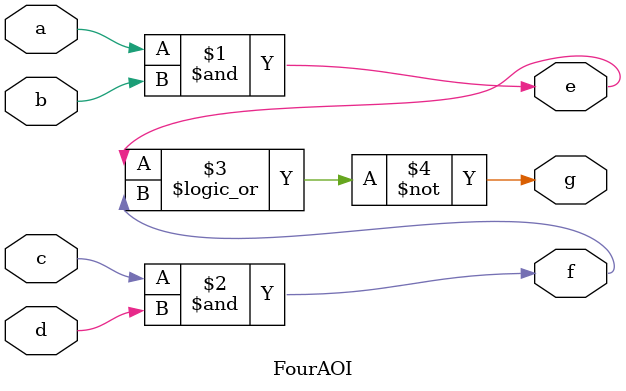
<source format=v>
`timescale 1ns / 1ps

module FourAOI(
    input a,b,c,d,
    output e,f,g
    );
assign e=a&b;
assign f=c&d;
assign g=~(e||f);

endmodule
</source>
